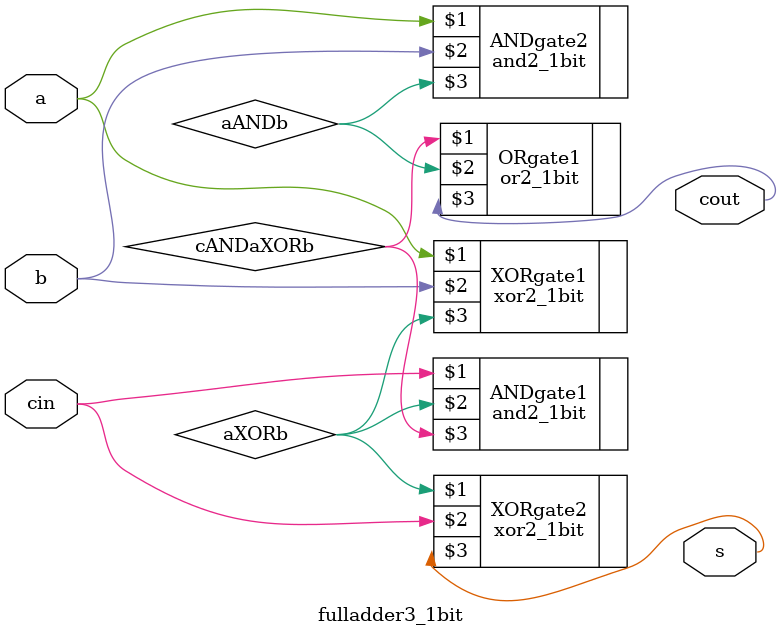
<source format=v>
module fulladder3_1bit(a,b,cin,s,cout);
input a;
input b;
input cin;
output s;
output cout;

wire aXORb;
wire cANDaXORb;
wire aANDb;

xor2_1bit XORgate1 (a,b,aXORb);
xor2_1bit XORgate2 (aXORb,cin,s);
and2_1bit ANDgate1 (cin,aXORb,cANDaXORb);
and2_1bit ANDgate2 (a,b,aANDb);
or2_1bit ORgate1 (cANDaXORb,aANDb,cout);
endmodule

</source>
